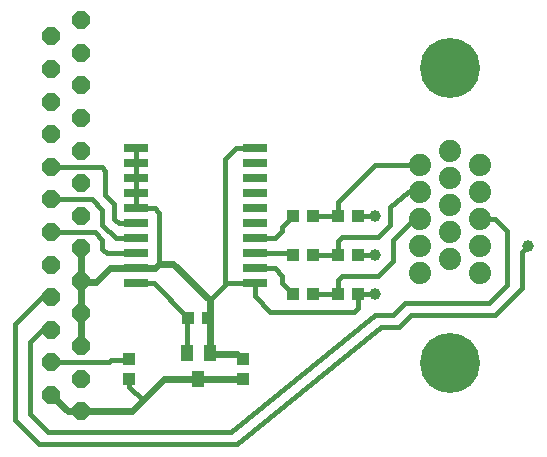
<source format=gbr>
G04 EAGLE Gerber RS-274X export*
G75*
%MOMM*%
%FSLAX34Y34*%
%LPD*%
%INTop Copper*%
%IPPOS*%
%AMOC8*
5,1,8,0,0,1.08239X$1,22.5*%
G01*
%ADD10P,1.649562X8X112.500000*%
%ADD11C,1.879600*%
%ADD12C,5.080000*%
%ADD13R,1.000000X1.100000*%
%ADD14R,1.100000X1.000000*%
%ADD15R,1.000000X1.400000*%
%ADD16R,2.032000X0.660400*%
%ADD17C,0.406400*%
%ADD18C,0.609600*%
%ADD19C,1.006400*%
%ADD20C,0.254000*%


D10*
X132080Y902208D03*
X132080Y874522D03*
X132080Y847090D03*
X132080Y819404D03*
X132080Y791718D03*
X132080Y764286D03*
X132080Y736600D03*
X132080Y708914D03*
X132080Y681482D03*
X132080Y653796D03*
X132080Y626110D03*
X132080Y598678D03*
X132080Y570992D03*
X106680Y888492D03*
X106680Y860806D03*
X106680Y833120D03*
X106680Y805688D03*
X106680Y778002D03*
X106680Y750316D03*
X106680Y722884D03*
X106680Y695198D03*
X106680Y667512D03*
X106680Y640080D03*
X106680Y612394D03*
X106680Y584708D03*
D11*
X444500Y768300D03*
X444500Y745400D03*
X444500Y722500D03*
X444500Y699600D03*
X469900Y779800D03*
X469900Y756900D03*
X469900Y734000D03*
X469900Y711100D03*
D12*
X444500Y861600D03*
X444500Y611600D03*
D11*
X444500Y791200D03*
X469900Y688200D03*
X419100Y779800D03*
X419100Y756900D03*
X419100Y734000D03*
X419100Y711100D03*
X419100Y688200D03*
D13*
X311540Y736600D03*
X328540Y736600D03*
X311540Y703580D03*
X328540Y703580D03*
X311540Y670560D03*
X328540Y670560D03*
X366640Y736600D03*
X349640Y736600D03*
X366640Y703580D03*
X349640Y703580D03*
X366640Y670560D03*
X349640Y670560D03*
D14*
X172720Y598560D03*
X172720Y615560D03*
D15*
X231140Y598600D03*
X221640Y620600D03*
X240640Y620600D03*
D13*
X269240Y598560D03*
X269240Y615560D03*
D14*
X222640Y650240D03*
X239640Y650240D03*
D16*
X278892Y679450D03*
X278892Y692150D03*
X278892Y704850D03*
X278892Y717550D03*
X278892Y730250D03*
X278892Y742950D03*
X278892Y755650D03*
X278892Y768350D03*
X178308Y768350D03*
X178308Y755650D03*
X178308Y742950D03*
X178308Y730250D03*
X178308Y717550D03*
X178308Y704850D03*
X178308Y692150D03*
X178308Y679450D03*
X278892Y781050D03*
X278892Y793750D03*
X178308Y781050D03*
X178308Y793750D03*
D17*
X178308Y755650D02*
X178308Y742950D01*
X178308Y755650D02*
X178308Y768350D01*
X178308Y781050D01*
X178308Y793750D01*
X178308Y742950D02*
X194310Y742950D01*
X198120Y739140D01*
X198120Y695960D01*
D18*
X194310Y692150D01*
X178308Y692150D01*
X240640Y649240D02*
X240640Y620600D01*
D17*
X240640Y649240D02*
X239640Y650240D01*
X268360Y615560D02*
X269240Y615560D01*
D18*
X268360Y615560D02*
X264160Y619760D01*
X241480Y619760D01*
D17*
X240640Y620600D01*
D18*
X240640Y649240D02*
X240640Y664820D01*
D17*
X255270Y679450D01*
X278892Y679450D01*
D18*
X209500Y695960D02*
X198120Y695960D01*
X209500Y695960D02*
X240640Y664820D01*
D17*
X262890Y793750D02*
X278892Y793750D01*
X262890Y793750D02*
X254000Y784860D01*
X254000Y680720D01*
X255270Y679450D01*
D18*
X178308Y692150D02*
X156210Y692150D01*
D17*
X366640Y703580D02*
X381000Y703580D01*
D19*
X381000Y703580D03*
X381000Y670560D03*
D17*
X366640Y670560D01*
X366640Y736600D02*
X381000Y736600D01*
D19*
X381000Y736600D03*
D17*
X278892Y679450D02*
X278892Y668528D01*
X292100Y655320D01*
X363220Y655320D01*
X366640Y658740D01*
X366640Y670560D01*
D18*
X156210Y692150D02*
X144780Y680720D01*
X132080Y681482D02*
X132080Y708914D01*
X132080Y653796D02*
X132080Y626110D01*
X132080Y653796D02*
X132080Y681482D01*
X132842Y680720D02*
X144780Y680720D01*
D17*
X132842Y680720D02*
X132080Y681482D01*
X178308Y679450D02*
X193430Y679450D01*
X222640Y650240D01*
X221640Y649240D02*
X221640Y620600D01*
X221640Y649240D02*
X222640Y650240D01*
D18*
X231140Y598600D02*
X269200Y598600D01*
D17*
X269240Y598560D01*
D18*
X231140Y598600D02*
X202360Y598600D01*
X132080Y570992D02*
X120396Y570992D01*
X106680Y584708D01*
X132080Y570992D02*
X174752Y570992D01*
X184150Y580390D01*
X202360Y598600D01*
D17*
X172720Y598560D02*
X172720Y591820D01*
X184150Y580390D01*
X155194Y612394D02*
X106680Y612394D01*
X155194Y612394D02*
X157480Y614680D01*
X171840Y614680D01*
X172720Y615560D01*
X106680Y640080D02*
X99060Y640080D01*
X88900Y629920D01*
X88900Y568960D01*
X104140Y553720D01*
X259080Y553720D01*
X381000Y652780D01*
X396240Y652780D01*
X406400Y662940D01*
X477520Y662940D01*
X492760Y678180D01*
X492760Y723900D01*
X482600Y734060D01*
X469960Y734060D01*
X469900Y734000D01*
X106680Y667512D02*
X98552Y667512D01*
X76200Y645160D01*
X76200Y563880D01*
X96520Y543560D01*
X264160Y543560D01*
X386080Y642620D01*
X401320Y642620D01*
X411480Y652780D01*
X482600Y652780D01*
X505460Y675640D01*
X505460Y706120D01*
X510540Y711200D01*
D19*
X510540Y711200D03*
D17*
X349640Y670560D02*
X328540Y670560D01*
X349640Y670560D02*
X349640Y682380D01*
X353060Y685800D01*
X383540Y685800D01*
X396240Y698500D01*
X396240Y716280D01*
X414020Y734060D01*
X414080Y734060D01*
X419100Y734000D01*
X349640Y703580D02*
X328540Y703580D01*
X349640Y703580D02*
X349640Y715400D01*
X353060Y718820D01*
X383540Y718820D01*
X393700Y728980D01*
X393700Y744220D01*
X408940Y756920D01*
X419080Y756920D01*
X419100Y756900D01*
X349640Y736600D02*
X328540Y736600D01*
X349640Y736600D02*
X349640Y748420D01*
X381000Y779780D01*
X419080Y779780D01*
X419100Y779800D01*
X295910Y717550D02*
X278892Y717550D01*
X295910Y717550D02*
X302260Y723900D01*
X302260Y727320D01*
X311540Y736600D01*
X310270Y704850D02*
X278892Y704850D01*
D20*
X310270Y704850D02*
X311540Y703580D01*
D17*
X295910Y692150D02*
X278892Y692150D01*
X295910Y692150D02*
X302260Y685800D01*
X302260Y679840D01*
X311540Y670560D01*
X141224Y750316D02*
X106680Y750316D01*
X141224Y750316D02*
X149860Y741680D01*
X149860Y728980D01*
X161290Y717550D01*
X178308Y717550D01*
X178308Y730250D02*
X163830Y730250D01*
X160020Y734060D01*
X160020Y746760D01*
X152400Y754380D01*
X152400Y774700D01*
X149098Y778002D01*
X106680Y778002D01*
X106680Y722884D02*
X143256Y722884D01*
X149860Y716280D01*
X149860Y708660D01*
X153670Y704850D01*
X178308Y704850D01*
M02*

</source>
